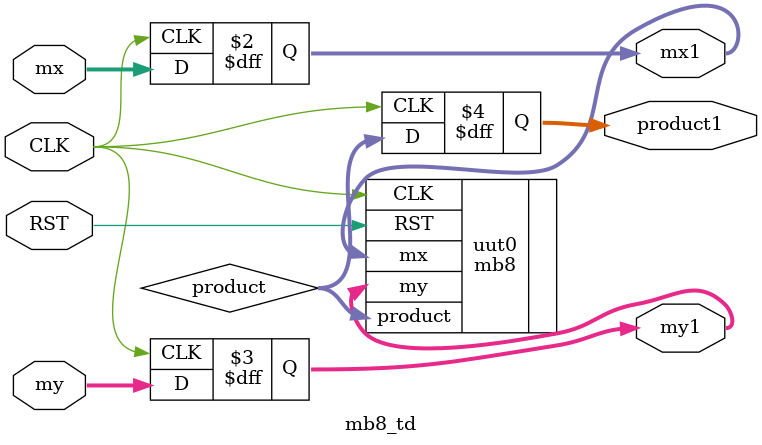
<source format=v>
module mb8_td (mx,my,CLK,RST,mx1,my1, product1);
parameter WIDTH=8;   
input wire [WIDTH-1:0] mx;
input wire [WIDTH-1:0] my;
input wire CLK;
input wire RST;

output reg [WIDTH-1:0] mx1;
output reg [WIDTH-1:0] my1;
output reg [(WIDTH*2)-1:0] product1;

wire [(WIDTH*2)-1:0] product;
always @(posedge CLK) 
begin
mx1<=mx;
my1<=my;
product1<=product;
end

	mb8 uut0 (
		.mx(mx1),
		.my(my1),
		.CLK(CLK),
		.RST(RST),
		.product(product)
	);


endmodule

</source>
